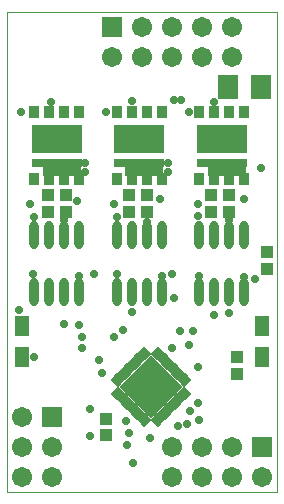
<source format=gts>
%FSLAX25Y25*%
%MOIN*%
G70*
G01*
G75*
G04 Layer_Color=8388736*
%ADD10R,0.06299X0.07087*%
%ADD11R,0.12362X0.02835*%
%ADD12R,0.15748X0.02362*%
%ADD13R,0.02402X0.03268*%
%ADD14R,0.15748X0.08465*%
%ADD15O,0.02362X0.08661*%
%ADD16R,0.03543X0.03150*%
%ADD17R,0.03937X0.05906*%
G04:AMPARAMS|DCode=18|XSize=8.66mil|YSize=27.56mil|CornerRadius=0mil|HoleSize=0mil|Usage=FLASHONLY|Rotation=45.000|XOffset=0mil|YOffset=0mil|HoleType=Round|Shape=Rectangle|*
%AMROTATEDRECTD18*
4,1,4,0.00668,-0.01281,-0.01281,0.00668,-0.00668,0.01281,0.01281,-0.00668,0.00668,-0.01281,0.0*
%
%ADD18ROTATEDRECTD18*%

G04:AMPARAMS|DCode=19|XSize=8.66mil|YSize=27.56mil|CornerRadius=0mil|HoleSize=0mil|Usage=FLASHONLY|Rotation=315.000|XOffset=0mil|YOffset=0mil|HoleType=Round|Shape=Rectangle|*
%AMROTATEDRECTD19*
4,1,4,-0.01281,-0.00668,0.00668,0.01281,0.01281,0.00668,-0.00668,-0.01281,-0.01281,-0.00668,0.0*
%
%ADD19ROTATEDRECTD19*%

%ADD20P,0.20044X4X360.0*%
%ADD21C,0.02000*%
%ADD22C,0.00600*%
%ADD23C,0.00800*%
%ADD24R,0.58000X0.10500*%
%ADD25R,0.07000X0.20000*%
%ADD26R,0.11000X0.04500*%
%ADD27R,0.10000X0.04500*%
%ADD28R,0.07500X0.05500*%
%ADD29R,0.07000X0.17000*%
%ADD30R,0.07000X0.33000*%
%ADD31R,0.08000X0.05500*%
%ADD32R,0.06500X0.17000*%
%ADD33C,0.00200*%
%ADD34R,0.05906X0.05906*%
%ADD35C,0.05906*%
%ADD36R,0.05906X0.05906*%
%ADD37C,0.01969*%
%ADD38R,0.07087X0.06299*%
%ADD39R,0.05906X0.05118*%
%ADD40R,0.01378X0.01378*%
%ADD41R,0.03150X0.03543*%
%ADD42R,0.04500X0.14500*%
%ADD43R,0.08000X0.19000*%
%ADD44R,0.08000X0.19500*%
%ADD45R,0.07000X0.21000*%
%ADD46R,0.07000X0.19500*%
%ADD47R,0.17000X0.07500*%
%ADD48R,0.23500X0.07500*%
%ADD49R,0.23000X0.07500*%
%ADD50C,0.00984*%
%ADD51C,0.00787*%
%ADD52C,0.00500*%
%ADD53R,0.07099X0.07887*%
%ADD54R,0.13162X0.03635*%
%ADD55R,0.16548X0.03162*%
%ADD56R,0.03202X0.04068*%
%ADD57R,0.16548X0.09265*%
%ADD58O,0.03162X0.09461*%
%ADD59R,0.04343X0.03950*%
%ADD60R,0.04737X0.06706*%
G04:AMPARAMS|DCode=61|XSize=16.66mil|YSize=35.56mil|CornerRadius=0mil|HoleSize=0mil|Usage=FLASHONLY|Rotation=45.000|XOffset=0mil|YOffset=0mil|HoleType=Round|Shape=Rectangle|*
%AMROTATEDRECTD61*
4,1,4,0.00668,-0.01846,-0.01846,0.00668,-0.00668,0.01846,0.01846,-0.00668,0.00668,-0.01846,0.0*
%
%ADD61ROTATEDRECTD61*%

G04:AMPARAMS|DCode=62|XSize=16.66mil|YSize=35.56mil|CornerRadius=0mil|HoleSize=0mil|Usage=FLASHONLY|Rotation=315.000|XOffset=0mil|YOffset=0mil|HoleType=Round|Shape=Rectangle|*
%AMROTATEDRECTD62*
4,1,4,-0.01846,-0.00668,0.00668,0.01846,0.01846,0.00668,-0.00668,-0.01846,-0.01846,-0.00668,0.0*
%
%ADD62ROTATEDRECTD62*%

%ADD63P,0.21175X4X360.0*%
%ADD64R,0.06706X0.06706*%
%ADD65C,0.06706*%
%ADD66R,0.06706X0.06706*%
%ADD67C,0.02769*%
D33*
X-0Y0D02*
X90000D01*
Y160000D01*
X-0D02*
X90000D01*
X-0Y0D02*
Y160000D01*
D53*
X84512Y135000D02*
D03*
X73488D02*
D03*
D54*
X18193Y106799D02*
D03*
X45693D02*
D03*
X73193D02*
D03*
D55*
X16500Y109398D02*
D03*
X44000D02*
D03*
X71500D02*
D03*
D56*
X9000Y126661D02*
D03*
X14000D02*
D03*
X19000D02*
D03*
X24000D02*
D03*
Y104339D02*
D03*
X19000D02*
D03*
X14000D02*
D03*
X9000D02*
D03*
X36500Y126661D02*
D03*
X41500D02*
D03*
X46500D02*
D03*
X51500D02*
D03*
Y104339D02*
D03*
X46500D02*
D03*
X41500D02*
D03*
X36500D02*
D03*
X64000Y126661D02*
D03*
X69000D02*
D03*
X74000D02*
D03*
X79000D02*
D03*
Y104339D02*
D03*
X74000D02*
D03*
X69000D02*
D03*
X64000D02*
D03*
D57*
X16500Y117567D02*
D03*
X44000D02*
D03*
X71500D02*
D03*
D58*
X9000Y66551D02*
D03*
X14000D02*
D03*
X19000D02*
D03*
X24000D02*
D03*
X9000Y85449D02*
D03*
X14000D02*
D03*
X19000D02*
D03*
X24000D02*
D03*
X36500Y66551D02*
D03*
X41500D02*
D03*
X46500D02*
D03*
X51500D02*
D03*
X36500Y85449D02*
D03*
X41500D02*
D03*
X46500D02*
D03*
X51500D02*
D03*
X64000Y66551D02*
D03*
X69000D02*
D03*
X74000D02*
D03*
X79000D02*
D03*
X64000Y85449D02*
D03*
X69000D02*
D03*
X74000D02*
D03*
X79000D02*
D03*
D59*
X13500Y93244D02*
D03*
Y98756D02*
D03*
X19500Y93244D02*
D03*
Y98756D02*
D03*
X40500Y93244D02*
D03*
Y98756D02*
D03*
X46500Y93244D02*
D03*
Y98756D02*
D03*
X68000Y93244D02*
D03*
Y98756D02*
D03*
X74000Y93244D02*
D03*
Y98756D02*
D03*
X86500Y79756D02*
D03*
Y74244D02*
D03*
X33000Y18744D02*
D03*
Y24256D02*
D03*
X76500Y44756D02*
D03*
Y39244D02*
D03*
D60*
X85000Y44888D02*
D03*
Y55312D02*
D03*
X5000Y44888D02*
D03*
Y55312D02*
D03*
D61*
X46330Y46692D02*
D03*
X45216Y45579D02*
D03*
X44103Y44465D02*
D03*
X42989Y43352D02*
D03*
X41875Y42238D02*
D03*
X40762Y41125D02*
D03*
X39648Y40011D02*
D03*
X38535Y38897D02*
D03*
X37421Y37784D02*
D03*
X36307Y36670D02*
D03*
X49670Y23308D02*
D03*
X50784Y24421D02*
D03*
X51897Y25535D02*
D03*
X53011Y26648D02*
D03*
X54124Y27762D02*
D03*
X55238Y28875D02*
D03*
X56352Y29989D02*
D03*
X57465Y31103D02*
D03*
X58579Y32216D02*
D03*
X59692Y33330D02*
D03*
D62*
X36307D02*
D03*
X37421Y32216D02*
D03*
X38535Y31103D02*
D03*
X39648Y29989D02*
D03*
X40762Y28875D02*
D03*
X41875Y27762D02*
D03*
X42989Y26648D02*
D03*
X44103Y25535D02*
D03*
X45216Y24421D02*
D03*
X46330Y23308D02*
D03*
X59692Y36670D02*
D03*
X58579Y37784D02*
D03*
X57465Y38897D02*
D03*
X56352Y40011D02*
D03*
X55238Y41125D02*
D03*
X54124Y42238D02*
D03*
X53011Y43352D02*
D03*
X51897Y44465D02*
D03*
X50784Y45579D02*
D03*
X49670Y46692D02*
D03*
D63*
X48000Y35000D02*
D03*
D64*
X85000Y15000D02*
D03*
X35000Y155000D02*
D03*
D65*
X85000Y5000D02*
D03*
X75000Y15000D02*
D03*
Y5000D02*
D03*
X65000Y15000D02*
D03*
Y5000D02*
D03*
X55000Y15000D02*
D03*
Y5000D02*
D03*
X35000Y145000D02*
D03*
X45000Y155000D02*
D03*
Y145000D02*
D03*
X55000Y155000D02*
D03*
Y145000D02*
D03*
X65000Y155000D02*
D03*
Y145000D02*
D03*
X75000Y155000D02*
D03*
Y145000D02*
D03*
X5000Y5000D02*
D03*
X15000D02*
D03*
X5000Y15000D02*
D03*
X15000D02*
D03*
X5000Y25000D02*
D03*
D66*
X15000D02*
D03*
D67*
X58000Y130500D02*
D03*
X55500D02*
D03*
X27500Y18500D02*
D03*
X25000Y48000D02*
D03*
Y51500D02*
D03*
X24000Y55500D02*
D03*
X4661Y126661D02*
D03*
X9000Y91500D02*
D03*
X8500Y72500D02*
D03*
X19000Y90500D02*
D03*
X24000Y72000D02*
D03*
X14500Y130000D02*
D03*
X23272Y97000D02*
D03*
X41756Y130244D02*
D03*
X69000Y130000D02*
D03*
X33000Y126500D02*
D03*
X46500Y90000D02*
D03*
X74000Y90500D02*
D03*
X63500Y92000D02*
D03*
X36500Y91500D02*
D03*
Y72500D02*
D03*
X64000Y72000D02*
D03*
X51500D02*
D03*
X79000Y71500D02*
D03*
X51000Y97500D02*
D03*
X79000D02*
D03*
X23000Y117500D02*
D03*
Y120000D02*
D03*
Y115000D02*
D03*
X20000D02*
D03*
Y117500D02*
D03*
Y120000D02*
D03*
X50500Y117500D02*
D03*
X47500D02*
D03*
Y120000D02*
D03*
X50500D02*
D03*
X47500Y115000D02*
D03*
X50500D02*
D03*
X78000Y120000D02*
D03*
X75000D02*
D03*
X78000Y117500D02*
D03*
X75000D02*
D03*
X78000Y115000D02*
D03*
X75000D02*
D03*
X63500Y96000D02*
D03*
X60500Y126500D02*
D03*
X67500Y109500D02*
D03*
X69500Y107000D02*
D03*
X70000Y109398D02*
D03*
X64500Y109500D02*
D03*
X50000D02*
D03*
Y106500D02*
D03*
X53500D02*
D03*
Y109500D02*
D03*
X35500Y96000D02*
D03*
X37000Y109500D02*
D03*
X42500Y109398D02*
D03*
X42000Y107000D02*
D03*
X40000Y109500D02*
D03*
X26000D02*
D03*
Y106500D02*
D03*
X22500D02*
D03*
Y109500D02*
D03*
X7500Y96000D02*
D03*
X29000Y72500D02*
D03*
X55000D02*
D03*
X82500Y71000D02*
D03*
X84500Y108000D02*
D03*
X19000Y56000D02*
D03*
X8888Y44888D02*
D03*
X63500Y29500D02*
D03*
X38500Y54000D02*
D03*
X61000Y27000D02*
D03*
X41500Y60000D02*
D03*
X30476Y43774D02*
D03*
X55500Y64500D02*
D03*
X31500Y39500D02*
D03*
X35500Y51500D02*
D03*
X60500Y49000D02*
D03*
X74000Y59500D02*
D03*
X62000Y53500D02*
D03*
X69000Y59000D02*
D03*
X40500Y19500D02*
D03*
X39500Y23500D02*
D03*
X57500Y53500D02*
D03*
X55000Y48000D02*
D03*
X42000Y9500D02*
D03*
X55000Y34500D02*
D03*
X63500Y41500D02*
D03*
X4000Y60500D02*
D03*
X27500Y27500D02*
D03*
X57000Y22000D02*
D03*
X64000Y24000D02*
D03*
X60000Y22500D02*
D03*
X47500Y18000D02*
D03*
X40000Y15500D02*
D03*
M02*

</source>
